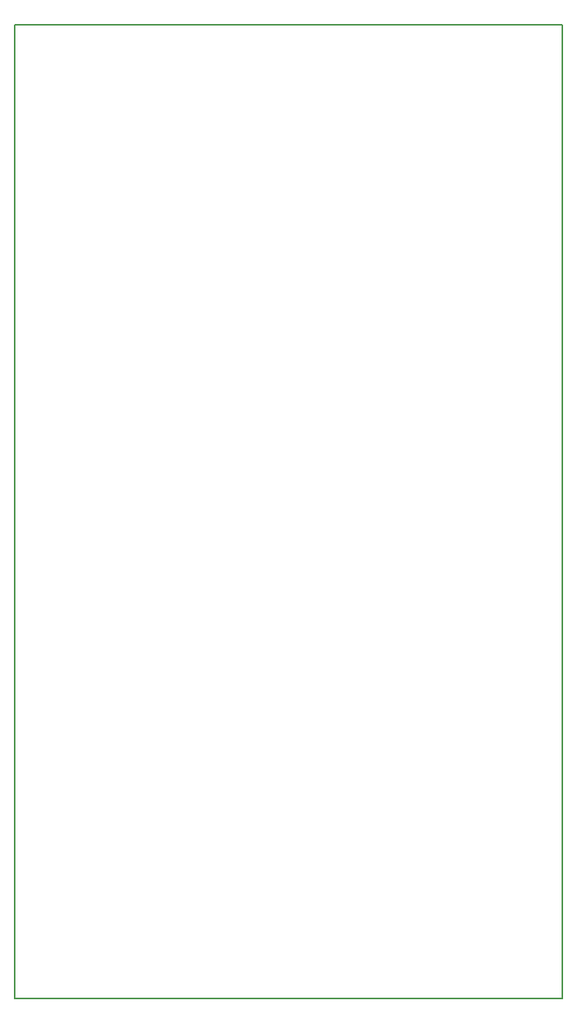
<source format=gbr>
G04 #@! TF.GenerationSoftware,KiCad,Pcbnew,(5.1.0-0)*
G04 #@! TF.CreationDate,2019-05-28T00:09:16+08:00*
G04 #@! TF.ProjectId,Beats,42656174-732e-46b6-9963-61645f706362,rev?*
G04 #@! TF.SameCoordinates,Original*
G04 #@! TF.FileFunction,Profile,NP*
%FSLAX46Y46*%
G04 Gerber Fmt 4.6, Leading zero omitted, Abs format (unit mm)*
G04 Created by KiCad (PCBNEW (5.1.0-0)) date 2019-05-28 00:09:16*
%MOMM*%
%LPD*%
G04 APERTURE LIST*
%ADD10C,0.200000*%
G04 APERTURE END LIST*
D10*
X179854999Y-153250000D02*
X179854999Y-46749999D01*
X119894999Y-153250000D02*
X179854999Y-153250000D01*
X119894999Y-46749999D02*
X119894999Y-153250000D01*
X179854999Y-46749999D02*
X119894999Y-46749999D01*
M02*

</source>
